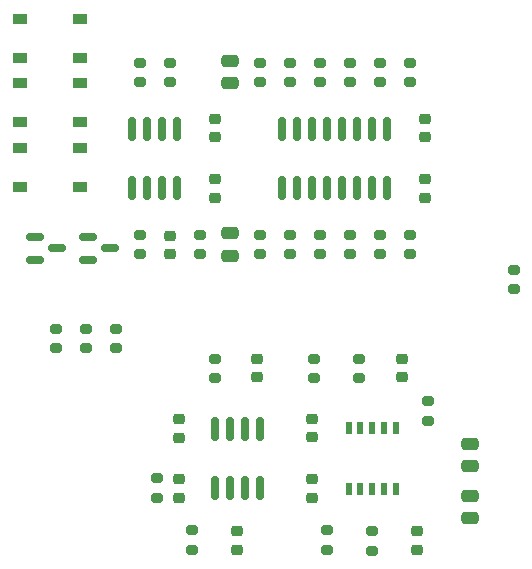
<source format=gbr>
%TF.GenerationSoftware,KiCad,Pcbnew,6.0.7-f9a2dced07~116~ubuntu22.04.1*%
%TF.CreationDate,2022-07-29T20:00:08-04:00*%
%TF.ProjectId,late_MS20_VCF_plug_in_board,6c617465-5f4d-4533-9230-5f5643465f70,0.1*%
%TF.SameCoordinates,Original*%
%TF.FileFunction,Paste,Top*%
%TF.FilePolarity,Positive*%
%FSLAX46Y46*%
G04 Gerber Fmt 4.6, Leading zero omitted, Abs format (unit mm)*
G04 Created by KiCad (PCBNEW 6.0.7-f9a2dced07~116~ubuntu22.04.1) date 2022-07-29 20:00:08*
%MOMM*%
%LPD*%
G01*
G04 APERTURE LIST*
G04 Aperture macros list*
%AMRoundRect*
0 Rectangle with rounded corners*
0 $1 Rounding radius*
0 $2 $3 $4 $5 $6 $7 $8 $9 X,Y pos of 4 corners*
0 Add a 4 corners polygon primitive as box body*
4,1,4,$2,$3,$4,$5,$6,$7,$8,$9,$2,$3,0*
0 Add four circle primitives for the rounded corners*
1,1,$1+$1,$2,$3*
1,1,$1+$1,$4,$5*
1,1,$1+$1,$6,$7*
1,1,$1+$1,$8,$9*
0 Add four rect primitives between the rounded corners*
20,1,$1+$1,$2,$3,$4,$5,0*
20,1,$1+$1,$4,$5,$6,$7,0*
20,1,$1+$1,$6,$7,$8,$9,0*
20,1,$1+$1,$8,$9,$2,$3,0*%
G04 Aperture macros list end*
%ADD10RoundRect,0.150000X-0.150000X0.825000X-0.150000X-0.825000X0.150000X-0.825000X0.150000X0.825000X0*%
%ADD11RoundRect,0.225000X-0.250000X0.225000X-0.250000X-0.225000X0.250000X-0.225000X0.250000X0.225000X0*%
%ADD12RoundRect,0.225000X0.250000X-0.225000X0.250000X0.225000X-0.250000X0.225000X-0.250000X-0.225000X0*%
%ADD13RoundRect,0.200000X0.275000X-0.200000X0.275000X0.200000X-0.275000X0.200000X-0.275000X-0.200000X0*%
%ADD14RoundRect,0.150000X-0.587500X-0.150000X0.587500X-0.150000X0.587500X0.150000X-0.587500X0.150000X0*%
%ADD15RoundRect,0.200000X-0.275000X0.200000X-0.275000X-0.200000X0.275000X-0.200000X0.275000X0.200000X0*%
%ADD16R,1.200000X0.900000*%
%ADD17RoundRect,0.250000X-0.475000X0.250000X-0.475000X-0.250000X0.475000X-0.250000X0.475000X0.250000X0*%
%ADD18RoundRect,0.250000X0.475000X-0.250000X0.475000X0.250000X-0.475000X0.250000X-0.475000X-0.250000X0*%
%ADD19R,0.510000X1.100000*%
G04 APERTURE END LIST*
D10*
%TO.C,U1*%
X136525000Y-78805000D03*
X135255000Y-78805000D03*
X133985000Y-78805000D03*
X132715000Y-78805000D03*
X131445000Y-78805000D03*
X130175000Y-78805000D03*
X128905000Y-78805000D03*
X127635000Y-78805000D03*
X127635000Y-83755000D03*
X128905000Y-83755000D03*
X130175000Y-83755000D03*
X131445000Y-83755000D03*
X132715000Y-83755000D03*
X133985000Y-83755000D03*
X135255000Y-83755000D03*
X136525000Y-83755000D03*
%TD*%
D11*
%TO.C,C18*%
X130175000Y-103352000D03*
X130175000Y-104902000D03*
%TD*%
D12*
%TO.C,C8*%
X118110000Y-89355000D03*
X118110000Y-87805000D03*
%TD*%
D13*
%TO.C,R2*%
X133350000Y-74842500D03*
X133350000Y-73192500D03*
%TD*%
D10*
%TO.C,U3*%
X125730000Y-104205000D03*
X124460000Y-104205000D03*
X123190000Y-104205000D03*
X121920000Y-104205000D03*
X121920000Y-109155000D03*
X123190000Y-109155000D03*
X124460000Y-109155000D03*
X125730000Y-109155000D03*
%TD*%
D11*
%TO.C,C12*%
X121920000Y-77952000D03*
X121920000Y-79502000D03*
%TD*%
D14*
%TO.C,Q2*%
X111155000Y-87950000D03*
X111155000Y-89850000D03*
X113030000Y-88900000D03*
%TD*%
D15*
%TO.C,R23*%
X117043200Y-108344200D03*
X117043200Y-109994200D03*
%TD*%
%TO.C,R12*%
X135890000Y-87717500D03*
X135890000Y-89367500D03*
%TD*%
D13*
%TO.C,R20*%
X131445000Y-114410000D03*
X131445000Y-112760000D03*
%TD*%
%TO.C,R6*%
X128270000Y-74842500D03*
X128270000Y-73192500D03*
%TD*%
D11*
%TO.C,C13*%
X139700000Y-83058000D03*
X139700000Y-84608000D03*
%TD*%
D16*
%TO.C,D1*%
X105410000Y-83690000D03*
X105410000Y-80390000D03*
%TD*%
D13*
%TO.C,R1*%
X130810000Y-74842500D03*
X130810000Y-73192500D03*
%TD*%
%TO.C,R18*%
X134112000Y-99885000D03*
X134112000Y-98235000D03*
%TD*%
D17*
%TO.C,C9*%
X143510000Y-109855000D03*
X143510000Y-111755000D03*
%TD*%
D12*
%TO.C,C7*%
X123825000Y-114397500D03*
X123825000Y-112847500D03*
%TD*%
D13*
%TO.C,R15*%
X147218400Y-92366600D03*
X147218400Y-90716600D03*
%TD*%
D11*
%TO.C,C15*%
X118872000Y-108458000D03*
X118872000Y-110008000D03*
%TD*%
%TO.C,C6*%
X139065000Y-112847500D03*
X139065000Y-114397500D03*
%TD*%
%TO.C,C17*%
X130175000Y-108458000D03*
X130175000Y-110008000D03*
%TD*%
D15*
%TO.C,R7*%
X118110000Y-73192500D03*
X118110000Y-74842500D03*
%TD*%
%TO.C,R28*%
X120650000Y-87717500D03*
X120650000Y-89367500D03*
%TD*%
D11*
%TO.C,C16*%
X118872000Y-103365000D03*
X118872000Y-104915000D03*
%TD*%
D18*
%TO.C,C1*%
X123190000Y-74930000D03*
X123190000Y-73030000D03*
%TD*%
D13*
%TO.C,R10*%
X115570000Y-74842500D03*
X115570000Y-73192500D03*
%TD*%
D10*
%TO.C,U2*%
X118745000Y-78805000D03*
X117475000Y-78805000D03*
X116205000Y-78805000D03*
X114935000Y-78805000D03*
X114935000Y-83755000D03*
X116205000Y-83755000D03*
X117475000Y-83755000D03*
X118745000Y-83755000D03*
%TD*%
D15*
%TO.C,R24*%
X108458000Y-95695000D03*
X108458000Y-97345000D03*
%TD*%
D17*
%TO.C,C10*%
X143510000Y-105415000D03*
X143510000Y-107315000D03*
%TD*%
D14*
%TO.C,Q1*%
X106710000Y-87950000D03*
X106710000Y-89850000D03*
X108585000Y-88900000D03*
%TD*%
D15*
%TO.C,R22*%
X120015000Y-112760000D03*
X120015000Y-114410000D03*
%TD*%
D17*
%TO.C,C2*%
X123190000Y-87630000D03*
X123190000Y-89530000D03*
%TD*%
D16*
%TO.C,D5*%
X105410000Y-72770000D03*
X105410000Y-69470000D03*
%TD*%
D13*
%TO.C,R13*%
X138430000Y-89367500D03*
X138430000Y-87717500D03*
%TD*%
D15*
%TO.C,R14*%
X130810000Y-87717500D03*
X130810000Y-89367500D03*
%TD*%
D16*
%TO.C,D6*%
X110490000Y-69470000D03*
X110490000Y-72770000D03*
%TD*%
D15*
%TO.C,R25*%
X110998000Y-95695000D03*
X110998000Y-97345000D03*
%TD*%
%TO.C,R9*%
X133350000Y-87717500D03*
X133350000Y-89367500D03*
%TD*%
%TO.C,R16*%
X121920000Y-98235000D03*
X121920000Y-99885000D03*
%TD*%
%TO.C,R11*%
X128270000Y-87717500D03*
X128270000Y-89367500D03*
%TD*%
%TO.C,R5*%
X138430000Y-73192500D03*
X138430000Y-74842500D03*
%TD*%
D13*
%TO.C,R4*%
X135890000Y-74842500D03*
X135890000Y-73192500D03*
%TD*%
%TO.C,R19*%
X130302000Y-99885000D03*
X130302000Y-98235000D03*
%TD*%
D12*
%TO.C,C5*%
X137795000Y-99792500D03*
X137795000Y-98242500D03*
%TD*%
D13*
%TO.C,R26*%
X113538000Y-97345000D03*
X113538000Y-95695000D03*
%TD*%
D16*
%TO.C,D2*%
X110490000Y-80390000D03*
X110490000Y-83690000D03*
%TD*%
%TO.C,D4*%
X110490000Y-74930000D03*
X110490000Y-78230000D03*
%TD*%
D11*
%TO.C,C11*%
X121920000Y-83058000D03*
X121920000Y-84608000D03*
%TD*%
D15*
%TO.C,R21*%
X135255000Y-112840000D03*
X135255000Y-114490000D03*
%TD*%
D16*
%TO.C,D3*%
X105410000Y-78230000D03*
X105410000Y-74930000D03*
%TD*%
D13*
%TO.C,R27*%
X115570000Y-89367500D03*
X115570000Y-87717500D03*
%TD*%
%TO.C,R8*%
X125730000Y-89367500D03*
X125730000Y-87717500D03*
%TD*%
%TO.C,R17*%
X139954000Y-103491800D03*
X139954000Y-101841800D03*
%TD*%
D11*
%TO.C,C14*%
X139700000Y-77952000D03*
X139700000Y-79502000D03*
%TD*%
%TO.C,C4*%
X125476000Y-98247500D03*
X125476000Y-99797500D03*
%TD*%
D13*
%TO.C,R3*%
X125730000Y-74842500D03*
X125730000Y-73192500D03*
%TD*%
D19*
%TO.C,U4*%
X137255000Y-104130000D03*
X136255000Y-104130000D03*
X135255000Y-104130000D03*
X134255000Y-104130000D03*
X133255000Y-104130000D03*
X133255000Y-109230000D03*
X134255000Y-109230000D03*
X135255000Y-109230000D03*
X136255000Y-109230000D03*
X137255000Y-109230000D03*
%TD*%
M02*

</source>
